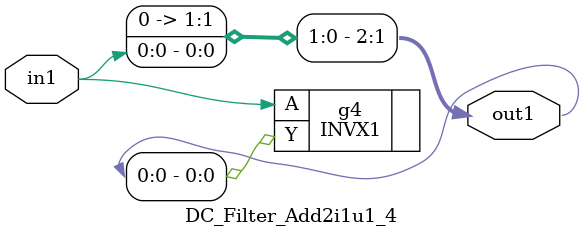
<source format=v>
`timescale 1ps / 1ps


module DC_Filter_Add2i1u1_4(in1, out1);
  input in1;
  output [2:0] out1;
  wire in1;
  wire [2:0] out1;
  assign out1[1] = in1;
  assign out1[2] = 1'b0;
  INVX1 g4(.A (in1), .Y (out1[0]));
endmodule


</source>
